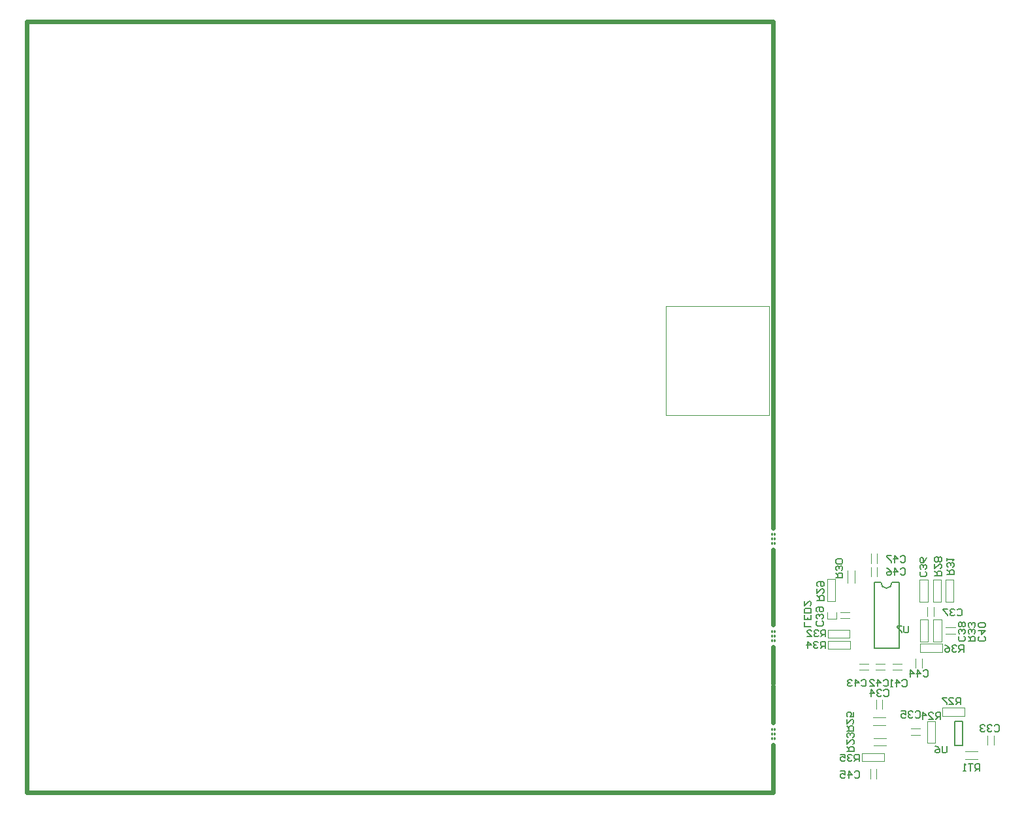
<source format=gbo>
G04*
G04 #@! TF.GenerationSoftware,Altium Limited,Altium Designer,21.6.1 (37)*
G04*
G04 Layer_Color=32896*
%FSLAX25Y25*%
%MOIN*%
G70*
G04*
G04 #@! TF.SameCoordinates,ED18229B-BDCB-4A3C-9D88-49826DFA0344*
G04*
G04*
G04 #@! TF.FilePolarity,Positive*
G04*
G01*
G75*
%ADD10C,0.00787*%
%ADD14C,0.00394*%
%ADD20C,0.00709*%
%ADD22C,0.02362*%
%ADD23C,0.00984*%
%ADD24C,0.00394*%
D10*
X434223Y106359D02*
G03*
X439734Y106359I2756J-197D01*
G01*
X471702Y23148D02*
X475639D01*
Y35549D01*
X471702D02*
X475639D01*
X471702Y23148D02*
Y35549D01*
X443474Y72698D02*
Y106359D01*
X430876Y72698D02*
X443474D01*
X430876D02*
Y106359D01*
Y106162D02*
Y106359D01*
X434223D01*
X439734D02*
X443474D01*
D14*
X432225Y109558D02*
Y114282D01*
X429075Y109558D02*
Y114282D01*
X432175Y116248D02*
Y120972D01*
X429025Y116248D02*
Y120972D01*
X416992Y106213D02*
Y112512D01*
X420928Y106213D02*
Y112512D01*
X406710Y96810D02*
X410910D01*
X406710D02*
Y108060D01*
X410910D01*
Y96810D02*
Y108060D01*
X413458Y91185D02*
X418182D01*
X413458Y88035D02*
X418182D01*
X406778Y87895D02*
Y91045D01*
X411502Y87895D02*
Y91045D01*
X406778Y87895D02*
X411502D01*
X407040Y78080D02*
Y82280D01*
X418290D01*
Y78080D02*
Y82280D01*
X407040Y78080D02*
X418290D01*
X407220Y72420D02*
Y76620D01*
X418470D01*
Y72420D02*
Y76620D01*
X407220Y72420D02*
X418470D01*
X424600Y14980D02*
X435850D01*
Y19180D01*
X424600D02*
X435850D01*
X424600Y14980D02*
Y19180D01*
X428651Y6268D02*
Y10992D01*
X431800Y6268D02*
Y10992D01*
X477157Y20188D02*
X483457D01*
X477157Y16251D02*
X483457D01*
X488505Y23458D02*
Y28182D01*
X491655Y23458D02*
Y28182D01*
X476750Y38150D02*
Y42350D01*
X465500Y38150D02*
X476750D01*
X465500D02*
Y42350D01*
X476750D01*
X457740Y35620D02*
X461940D01*
Y24370D02*
Y35620D01*
X457740Y24370D02*
X461940D01*
X457740D02*
Y35620D01*
X449408Y31665D02*
X454132D01*
X449408Y28515D02*
X454132D01*
X430540Y23001D02*
X436840D01*
X430540Y26938D02*
X436840D01*
X430148Y33391D02*
X436447D01*
X430148Y37328D02*
X436447D01*
X439988Y61755D02*
X444712D01*
X439988Y64905D02*
X444712D01*
X431558Y61755D02*
X436282D01*
X431558Y64905D02*
X436282D01*
X423138Y61755D02*
X427862D01*
X423138Y64905D02*
X427862D01*
X434855Y41788D02*
Y46512D01*
X431705Y41788D02*
Y46512D01*
X454975Y62828D02*
Y67552D01*
X451825Y62828D02*
Y67552D01*
X454200Y70800D02*
Y75000D01*
X465450D01*
Y70800D02*
Y75000D01*
X454200Y70800D02*
X465450D01*
X465140Y76240D02*
Y87490D01*
X460940D02*
X465140D01*
X460940Y76240D02*
Y87490D01*
Y76240D02*
X465140D01*
X467278Y80290D02*
X472002D01*
X467278Y83440D02*
X472002D01*
X457955Y89098D02*
Y93822D01*
X461105Y89098D02*
Y93822D01*
X458240Y76240D02*
Y87490D01*
X454040D02*
X458240D01*
X454040Y76240D02*
Y87490D01*
Y76240D02*
X458240D01*
X458150Y96420D02*
Y107670D01*
X453950D02*
X458150D01*
X453950Y96420D02*
Y107670D01*
Y96420D02*
X458150D01*
X464900D02*
Y107670D01*
X460700D02*
X464900D01*
X460700Y96420D02*
Y107670D01*
Y96420D02*
X464900D01*
X471200D02*
Y107670D01*
X467000D02*
X471200D01*
X467000Y96420D02*
Y107670D01*
Y96420D02*
X471200D01*
D20*
X424231Y56281D02*
X424822Y56871D01*
X426003D01*
X426593Y56281D01*
Y53919D01*
X426003Y53329D01*
X424822D01*
X424231Y53919D01*
X421280Y53329D02*
Y56871D01*
X423051Y55100D01*
X420689D01*
X419509Y56281D02*
X418918Y56871D01*
X417737D01*
X417147Y56281D01*
Y55690D01*
X417737Y55100D01*
X418328D01*
X417737D01*
X417147Y54510D01*
Y53919D01*
X417737Y53329D01*
X418918D01*
X419509Y53919D01*
X435391Y56281D02*
X435982Y56871D01*
X437162D01*
X437753Y56281D01*
Y53919D01*
X437162Y53329D01*
X435982D01*
X435391Y53919D01*
X432440Y53329D02*
Y56871D01*
X434211Y55100D01*
X431849D01*
X428307Y53329D02*
X430669D01*
X428307Y55690D01*
Y56281D01*
X428897Y56871D01*
X430078D01*
X430669Y56281D01*
X444951Y56241D02*
X445541Y56831D01*
X446722D01*
X447312Y56241D01*
Y53879D01*
X446722Y53289D01*
X445541D01*
X444951Y53879D01*
X441999Y53289D02*
Y56831D01*
X443770Y55060D01*
X441409D01*
X440228Y53289D02*
X439047D01*
X439638D01*
Y56831D01*
X440228Y56241D01*
X448242Y84201D02*
Y81249D01*
X447651Y80659D01*
X446471D01*
X445880Y81249D01*
Y84201D01*
X444700D02*
X442338D01*
Y83611D01*
X444700Y81249D01*
Y80659D01*
X467722Y22901D02*
Y19949D01*
X467131Y19359D01*
X465951D01*
X465360Y19949D01*
Y22901D01*
X461818D02*
X462999Y22311D01*
X464180Y21130D01*
Y19949D01*
X463589Y19359D01*
X462409D01*
X461818Y19949D01*
Y20540D01*
X462409Y21130D01*
X464180D01*
X484552Y10109D02*
Y13651D01*
X482781D01*
X482191Y13061D01*
Y11880D01*
X482781Y11290D01*
X484552D01*
X483372D02*
X482191Y10109D01*
X481010Y13651D02*
X478649D01*
X479830D01*
Y10109D01*
X477468D02*
X476288D01*
X476878D01*
Y13651D01*
X477468Y13061D01*
X476313Y70949D02*
Y74491D01*
X474542D01*
X473951Y73901D01*
Y72720D01*
X474542Y72130D01*
X476313D01*
X475132D02*
X473951Y70949D01*
X472771Y73901D02*
X472180Y74491D01*
X471000D01*
X470409Y73901D01*
Y73310D01*
X471000Y72720D01*
X471590D01*
X471000D01*
X470409Y72130D01*
Y71539D01*
X471000Y70949D01*
X472180D01*
X472771Y71539D01*
X466867Y74491D02*
X468048Y73901D01*
X469229Y72720D01*
Y71539D01*
X468638Y70949D01*
X467457D01*
X466867Y71539D01*
Y72130D01*
X467457Y72720D01*
X469229D01*
X422983Y15059D02*
Y18601D01*
X421212D01*
X420621Y18011D01*
Y16830D01*
X421212Y16240D01*
X422983D01*
X421802D02*
X420621Y15059D01*
X419441Y18011D02*
X418850Y18601D01*
X417670D01*
X417079Y18011D01*
Y17420D01*
X417670Y16830D01*
X418260D01*
X417670D01*
X417079Y16240D01*
Y15649D01*
X417670Y15059D01*
X418850D01*
X419441Y15649D01*
X413537Y18601D02*
X415899D01*
Y16830D01*
X414718Y17420D01*
X414127D01*
X413537Y16830D01*
Y15649D01*
X414127Y15059D01*
X415308D01*
X415899Y15649D01*
X405733Y72729D02*
Y76271D01*
X403962D01*
X403371Y75681D01*
Y74500D01*
X403962Y73910D01*
X405733D01*
X404552D02*
X403371Y72729D01*
X402191Y75681D02*
X401600Y76271D01*
X400420D01*
X399829Y75681D01*
Y75090D01*
X400420Y74500D01*
X401010D01*
X400420D01*
X399829Y73910D01*
Y73319D01*
X400420Y72729D01*
X401600D01*
X402191Y73319D01*
X396878Y72729D02*
Y76271D01*
X398649Y74500D01*
X396287D01*
X478699Y76507D02*
X482241D01*
Y78278D01*
X481651Y78869D01*
X480470D01*
X479880Y78278D01*
Y76507D01*
Y77688D02*
X478699Y78869D01*
X481651Y80049D02*
X482241Y80640D01*
Y81820D01*
X481651Y82411D01*
X481060D01*
X480470Y81820D01*
Y81230D01*
Y81820D01*
X479880Y82411D01*
X479289D01*
X478699Y81820D01*
Y80640D01*
X479289Y80049D01*
X481651Y83591D02*
X482241Y84182D01*
Y85362D01*
X481651Y85953D01*
X481060D01*
X480470Y85362D01*
Y84772D01*
Y85362D01*
X479880Y85953D01*
X479289D01*
X478699Y85362D01*
Y84182D01*
X479289Y83591D01*
X405883Y78669D02*
Y82211D01*
X404112D01*
X403521Y81621D01*
Y80440D01*
X404112Y79850D01*
X405883D01*
X404702D02*
X403521Y78669D01*
X402341Y81621D02*
X401750Y82211D01*
X400570D01*
X399979Y81621D01*
Y81030D01*
X400570Y80440D01*
X401160D01*
X400570D01*
X399979Y79850D01*
Y79259D01*
X400570Y78669D01*
X401750D01*
X402341Y79259D01*
X396437Y78669D02*
X398799D01*
X396437Y81030D01*
Y81621D01*
X397027Y82211D01*
X398208D01*
X398799Y81621D01*
X467919Y110497D02*
X471461D01*
Y112269D01*
X470871Y112859D01*
X469690D01*
X469100Y112269D01*
Y110497D01*
Y111678D02*
X467919Y112859D01*
X470871Y114040D02*
X471461Y114630D01*
Y115811D01*
X470871Y116401D01*
X470280D01*
X469690Y115811D01*
Y115220D01*
Y115811D01*
X469100Y116401D01*
X468509D01*
X467919Y115811D01*
Y114630D01*
X468509Y114040D01*
X467919Y117582D02*
Y118763D01*
Y118172D01*
X471461D01*
X470871Y117582D01*
X411059Y108867D02*
X414601D01*
Y110638D01*
X414011Y111229D01*
X412830D01*
X412240Y110638D01*
Y108867D01*
Y110048D02*
X411059Y111229D01*
X414011Y112409D02*
X414601Y113000D01*
Y114180D01*
X414011Y114771D01*
X413420D01*
X412830Y114180D01*
Y113590D01*
Y114180D01*
X412240Y114771D01*
X411649D01*
X411059Y114180D01*
Y113000D01*
X411649Y112409D01*
X414011Y115951D02*
X414601Y116542D01*
Y117722D01*
X414011Y118313D01*
X411649D01*
X411059Y117722D01*
Y116542D01*
X411649Y115951D01*
X414011D01*
X401549Y97277D02*
X405091D01*
Y99048D01*
X404501Y99639D01*
X403320D01*
X402730Y99048D01*
Y97277D01*
Y98458D02*
X401549Y99639D01*
Y103181D02*
Y100819D01*
X403910Y103181D01*
X404501D01*
X405091Y102590D01*
Y101410D01*
X404501Y100819D01*
X402139Y104361D02*
X401549Y104952D01*
Y106132D01*
X402139Y106723D01*
X404501D01*
X405091Y106132D01*
Y104952D01*
X404501Y104361D01*
X403910D01*
X403320Y104952D01*
Y106723D01*
X461629Y109867D02*
X465171D01*
Y111638D01*
X464581Y112229D01*
X463400D01*
X462810Y111638D01*
Y109867D01*
Y111048D02*
X461629Y112229D01*
Y115771D02*
Y113409D01*
X463990Y115771D01*
X464581D01*
X465171Y115180D01*
Y114000D01*
X464581Y113409D01*
Y116951D02*
X465171Y117542D01*
Y118722D01*
X464581Y119313D01*
X463990D01*
X463400Y118722D01*
X462810Y119313D01*
X462219D01*
X461629Y118722D01*
Y117542D01*
X462219Y116951D01*
X462810D01*
X463400Y117542D01*
X463990Y116951D01*
X464581D01*
X463400Y117542D02*
Y118722D01*
X474813Y44039D02*
Y47581D01*
X473042D01*
X472451Y46991D01*
Y45810D01*
X473042Y45220D01*
X474813D01*
X473632D02*
X472451Y44039D01*
X468909D02*
X471271D01*
X468909Y46400D01*
Y46991D01*
X469500Y47581D01*
X470680D01*
X471271Y46991D01*
X467729Y47581D02*
X465367D01*
Y46991D01*
X467729Y44629D01*
Y44039D01*
X416709Y30607D02*
X420251D01*
Y32378D01*
X419661Y32969D01*
X418480D01*
X417890Y32378D01*
Y30607D01*
Y31788D02*
X416709Y32969D01*
Y36511D02*
Y34149D01*
X419070Y36511D01*
X419661D01*
X420251Y35920D01*
Y34740D01*
X419661Y34149D01*
X420251Y40053D02*
Y37691D01*
X418480D01*
X419070Y38872D01*
Y39463D01*
X418480Y40053D01*
X417299D01*
X416709Y39463D01*
Y38282D01*
X417299Y37691D01*
X464493Y36559D02*
Y40101D01*
X462722D01*
X462131Y39511D01*
Y38330D01*
X462722Y37740D01*
X464493D01*
X463312D02*
X462131Y36559D01*
X458589D02*
X460951D01*
X458589Y38920D01*
Y39511D01*
X459180Y40101D01*
X460360D01*
X460951Y39511D01*
X455638Y36559D02*
Y40101D01*
X457409Y38330D01*
X455047D01*
X416779Y20127D02*
X420321D01*
Y21898D01*
X419731Y22489D01*
X418550D01*
X417960Y21898D01*
Y20127D01*
Y21308D02*
X416779Y22489D01*
Y26031D02*
Y23669D01*
X419140Y26031D01*
X419731D01*
X420321Y25440D01*
Y24260D01*
X419731Y23669D01*
Y27211D02*
X420321Y27802D01*
Y28982D01*
X419731Y29573D01*
X419140D01*
X418550Y28982D01*
Y28392D01*
Y28982D01*
X417960Y29573D01*
X417369D01*
X416779Y28982D01*
Y27802D01*
X417369Y27211D01*
X398621Y83836D02*
X395079D01*
Y86198D01*
X398621Y89740D02*
Y87378D01*
X395079D01*
Y89740D01*
X396850Y87378D02*
Y88559D01*
X398621Y90920D02*
X395079D01*
Y92691D01*
X395669Y93282D01*
X398031D01*
X398621Y92691D01*
Y90920D01*
X395079Y96824D02*
Y94463D01*
X397440Y96824D01*
X398031D01*
X398621Y96234D01*
Y95053D01*
X398031Y94463D01*
X444101Y119531D02*
X444692Y120121D01*
X445872D01*
X446463Y119531D01*
Y117169D01*
X445872Y116579D01*
X444692D01*
X444101Y117169D01*
X441150Y116579D02*
Y120121D01*
X442921Y118350D01*
X440559D01*
X439379Y120121D02*
X437017D01*
Y119531D01*
X439379Y117169D01*
Y116579D01*
X444101Y113141D02*
X444692Y113731D01*
X445872D01*
X446463Y113141D01*
Y110779D01*
X445872Y110189D01*
X444692D01*
X444101Y110779D01*
X441150Y110189D02*
Y113731D01*
X442921Y111960D01*
X440559D01*
X437017Y113731D02*
X438198Y113141D01*
X439379Y111960D01*
Y110779D01*
X438788Y110189D01*
X437607D01*
X437017Y110779D01*
Y111370D01*
X437607Y111960D01*
X439379D01*
X420691Y9381D02*
X421282Y9971D01*
X422463D01*
X423053Y9381D01*
Y7019D01*
X422463Y6429D01*
X421282D01*
X420691Y7019D01*
X417740Y6429D02*
Y9971D01*
X419511Y8200D01*
X417149D01*
X413607Y9971D02*
X415969D01*
Y8200D01*
X414788Y8790D01*
X414197D01*
X413607Y8200D01*
Y7019D01*
X414197Y6429D01*
X415378D01*
X415969Y7019D01*
X455771Y61101D02*
X456362Y61691D01*
X457543D01*
X458133Y61101D01*
Y58739D01*
X457543Y58149D01*
X456362D01*
X455771Y58739D01*
X452820Y58149D02*
Y61691D01*
X454591Y59920D01*
X452229D01*
X449277Y58149D02*
Y61691D01*
X451049Y59920D01*
X448687D01*
X486741Y78729D02*
X487331Y78138D01*
Y76957D01*
X486741Y76367D01*
X484379D01*
X483789Y76957D01*
Y78138D01*
X484379Y78729D01*
X483789Y81680D02*
X487331D01*
X485560Y79909D01*
Y82271D01*
X486741Y83451D02*
X487331Y84042D01*
Y85223D01*
X486741Y85813D01*
X484379D01*
X483789Y85223D01*
Y84042D01*
X484379Y83451D01*
X486741D01*
X404051Y86629D02*
X404641Y86038D01*
Y84857D01*
X404051Y84267D01*
X401689D01*
X401099Y84857D01*
Y86038D01*
X401689Y86629D01*
X404051Y87809D02*
X404641Y88400D01*
Y89580D01*
X404051Y90171D01*
X403460D01*
X402870Y89580D01*
Y88990D01*
Y89580D01*
X402280Y90171D01*
X401689D01*
X401099Y89580D01*
Y88400D01*
X401689Y87809D01*
Y91351D02*
X401099Y91942D01*
Y93123D01*
X401689Y93713D01*
X404051D01*
X404641Y93123D01*
Y91942D01*
X404051Y91351D01*
X403460D01*
X402870Y91942D01*
Y93713D01*
X476601Y78959D02*
X477191Y78368D01*
Y77188D01*
X476601Y76597D01*
X474239D01*
X473649Y77188D01*
Y78368D01*
X474239Y78959D01*
X476601Y80139D02*
X477191Y80730D01*
Y81910D01*
X476601Y82501D01*
X476010D01*
X475420Y81910D01*
Y81320D01*
Y81910D01*
X474830Y82501D01*
X474239D01*
X473649Y81910D01*
Y80730D01*
X474239Y80139D01*
X476601Y83681D02*
X477191Y84272D01*
Y85453D01*
X476601Y86043D01*
X476010D01*
X475420Y85453D01*
X474830Y86043D01*
X474239D01*
X473649Y85453D01*
Y84272D01*
X474239Y83681D01*
X474830D01*
X475420Y84272D01*
X476010Y83681D01*
X476601D01*
X475420Y84272D02*
Y85453D01*
X472981Y92301D02*
X473572Y92891D01*
X474753D01*
X475343Y92301D01*
Y89939D01*
X474753Y89349D01*
X473572D01*
X472981Y89939D01*
X471801Y92301D02*
X471210Y92891D01*
X470030D01*
X469439Y92301D01*
Y91710D01*
X470030Y91120D01*
X470620D01*
X470030D01*
X469439Y90530D01*
Y89939D01*
X470030Y89349D01*
X471210D01*
X471801Y89939D01*
X468259Y92891D02*
X465897D01*
Y92301D01*
X468259Y89939D01*
Y89349D01*
X456971Y111899D02*
X457561Y111308D01*
Y110127D01*
X456971Y109537D01*
X454609D01*
X454019Y110127D01*
Y111308D01*
X454609Y111899D01*
X456971Y113079D02*
X457561Y113670D01*
Y114850D01*
X456971Y115441D01*
X456380D01*
X455790Y114850D01*
Y114260D01*
Y114850D01*
X455200Y115441D01*
X454609D01*
X454019Y114850D01*
Y113670D01*
X454609Y113079D01*
X457561Y118983D02*
X456971Y117802D01*
X455790Y116621D01*
X454609D01*
X454019Y117212D01*
Y118393D01*
X454609Y118983D01*
X455200D01*
X455790Y118393D01*
Y116621D01*
X451661Y40121D02*
X452252Y40711D01*
X453433D01*
X454023Y40121D01*
Y37759D01*
X453433Y37169D01*
X452252D01*
X451661Y37759D01*
X450481Y40121D02*
X449890Y40711D01*
X448710D01*
X448119Y40121D01*
Y39530D01*
X448710Y38940D01*
X449300D01*
X448710D01*
X448119Y38350D01*
Y37759D01*
X448710Y37169D01*
X449890D01*
X450481Y37759D01*
X444577Y40711D02*
X446939D01*
Y38940D01*
X445758Y39530D01*
X445167D01*
X444577Y38940D01*
Y37759D01*
X445167Y37169D01*
X446348D01*
X446939Y37759D01*
X435631Y51101D02*
X436222Y51691D01*
X437402D01*
X437993Y51101D01*
Y48739D01*
X437402Y48149D01*
X436222D01*
X435631Y48739D01*
X434451Y51101D02*
X433860Y51691D01*
X432680D01*
X432089Y51101D01*
Y50510D01*
X432680Y49920D01*
X433270D01*
X432680D01*
X432089Y49330D01*
Y48739D01*
X432680Y48149D01*
X433860D01*
X434451Y48739D01*
X429138Y48149D02*
Y51691D01*
X430909Y49920D01*
X428547D01*
X491991Y33061D02*
X492582Y33651D01*
X493762D01*
X494353Y33061D01*
Y30699D01*
X493762Y30109D01*
X492582D01*
X491991Y30699D01*
X490811Y33061D02*
X490220Y33651D01*
X489040D01*
X488449Y33061D01*
Y32470D01*
X489040Y31880D01*
X489630D01*
X489040D01*
X488449Y31290D01*
Y30699D01*
X489040Y30109D01*
X490220D01*
X490811Y30699D01*
X487269Y33061D02*
X486678Y33651D01*
X485498D01*
X484907Y33061D01*
Y32470D01*
X485498Y31880D01*
X486088D01*
X485498D01*
X484907Y31290D01*
Y30699D01*
X485498Y30109D01*
X486678D01*
X487269Y30699D01*
D22*
X379134Y153150D02*
Y392913D01*
X-1575D02*
X379134D01*
X-1575Y-787D02*
Y392913D01*
Y-787D02*
X379134D01*
Y23622D01*
Y34646D02*
Y53543D01*
Y84646D02*
Y103543D01*
Y54724D02*
Y73622D01*
Y104331D02*
Y123228D01*
Y134252D02*
Y153150D01*
D23*
X378346Y31102D02*
Y31890D01*
Y28740D02*
Y29528D01*
Y26378D02*
Y27165D01*
X379921Y31102D02*
Y31890D01*
Y28740D02*
Y29528D01*
Y26378D02*
Y27165D01*
X378346Y81102D02*
Y81890D01*
Y78740D02*
Y79528D01*
Y76378D02*
Y77165D01*
X379921Y81102D02*
Y81890D01*
Y78740D02*
Y79528D01*
Y76378D02*
Y77165D01*
Y125984D02*
Y126772D01*
Y128347D02*
Y129134D01*
Y130709D02*
Y131496D01*
X378346Y125984D02*
Y126772D01*
Y128347D02*
Y129134D01*
Y130709D02*
Y131496D01*
D24*
X324485Y191908D02*
X377194Y191908D01*
X377194Y247452D02*
X377194Y191908D01*
X324485Y247452D02*
X377194Y247452D01*
X324485Y191908D02*
Y247452D01*
M02*

</source>
